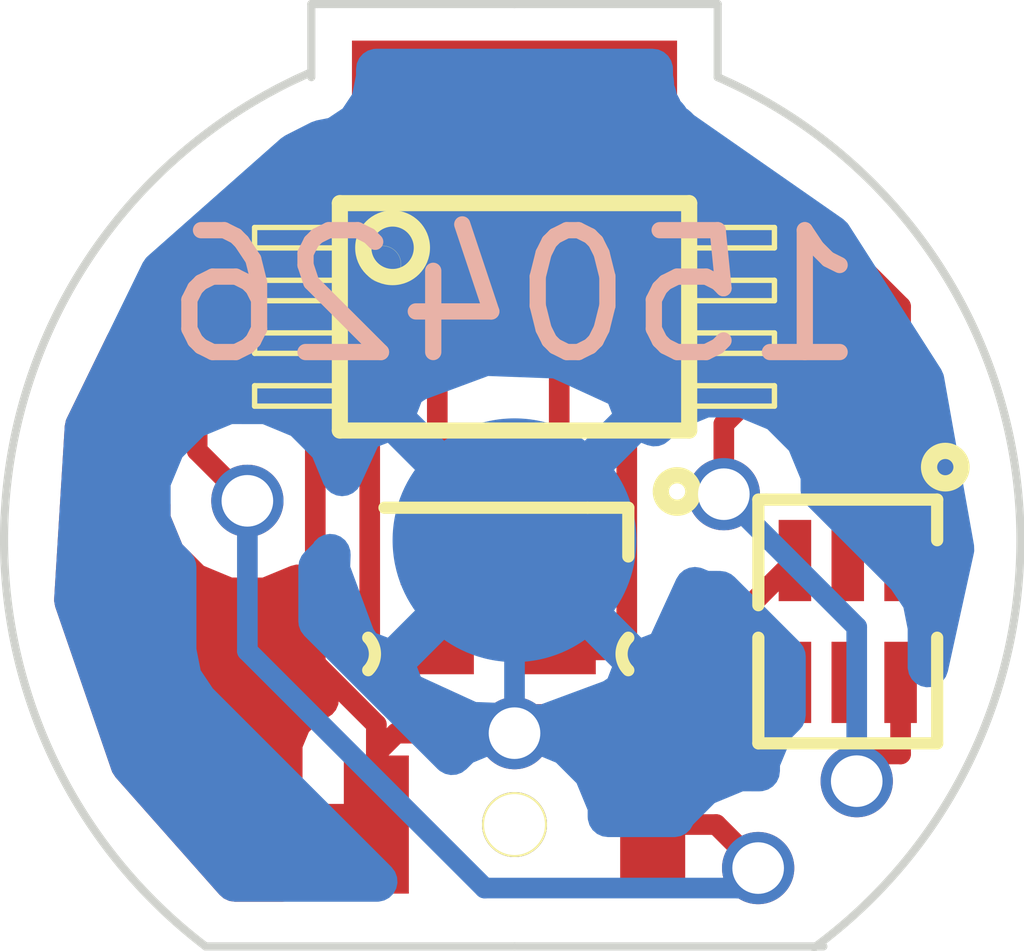
<source format=kicad_pcb>
(kicad_pcb (version 3) (host pcbnew "(2013-jul-07)-stable")

  (general
    (links 12)
    (no_connects 0)
    (area 43.204795 42.099999 72.585715 57.100001)
    (thickness 1.6)
    (drawings 22)
    (tracks 55)
    (zones 0)
    (modules 6)
    (nets 9)
  )

  (page A3)
  (layers
    (15 F.Cu signal)
    (0 B.Cu signal)
    (16 B.Adhes user)
    (17 F.Adhes user)
    (18 B.Paste user)
    (19 F.Paste user)
    (20 B.SilkS user)
    (21 F.SilkS user)
    (22 B.Mask user)
    (23 F.Mask user)
    (24 Dwgs.User user hide)
    (25 Cmts.User user)
    (26 Eco1.User user)
    (27 Eco2.User user)
    (28 Edge.Cuts user)
  )

  (setup
    (last_trace_width 0.254)
    (trace_clearance 0.254)
    (zone_clearance 0.5)
    (zone_45_only no)
    (trace_min 0.254)
    (segment_width 0.2)
    (edge_width 0.1)
    (via_size 0.889)
    (via_drill 0.635)
    (via_min_size 0.889)
    (via_min_drill 0.508)
    (uvia_size 0.508)
    (uvia_drill 0.127)
    (uvias_allowed no)
    (uvia_min_size 0.508)
    (uvia_min_drill 0.127)
    (pcb_text_width 0.3)
    (pcb_text_size 1.5 1.5)
    (mod_edge_width 0.15)
    (mod_text_size 1 1)
    (mod_text_width 0.15)
    (pad_size 4 1.5)
    (pad_drill 0)
    (pad_to_mask_clearance 0)
    (aux_axis_origin 0 0)
    (visible_elements FFFFFFBF)
    (pcbplotparams
      (layerselection 284983297)
      (usegerberextensions true)
      (excludeedgelayer true)
      (linewidth 0.150000)
      (plotframeref false)
      (viasonmask false)
      (mode 1)
      (useauxorigin false)
      (hpglpennumber 1)
      (hpglpenspeed 20)
      (hpglpendiameter 15)
      (hpglpenoverlay 2)
      (psnegative false)
      (psa4output false)
      (plotreference true)
      (plotvalue true)
      (plotothertext true)
      (plotinvisibletext false)
      (padsonsilk false)
      (subtractmaskfromsilk true)
      (outputformat 1)
      (mirror false)
      (drillshape 0)
      (scaleselection 1)
      (outputdirectory gerber/))
  )

  (net 0 "")
  (net 1 N-000001)
  (net 2 N-0000010)
  (net 3 N-000002)
  (net 4 N-000003)
  (net 5 N-000004)
  (net 6 N-000005)
  (net 7 N-000006)
  (net 8 N-000009)

  (net_class Default "This is the default net class."
    (clearance 0.254)
    (trace_width 0.254)
    (via_dia 0.889)
    (via_drill 0.635)
    (uvia_dia 0.508)
    (uvia_drill 0.127)
    (add_net "")
    (add_net N-000001)
    (add_net N-0000010)
    (add_net N-000002)
    (add_net N-000003)
    (add_net N-000004)
    (add_net N-000005)
    (add_net N-000006)
    (add_net N-000009)
  )

  (module 1PIN_SMD (layer F.Cu) (tedit 553BFB58) (tstamp 553954F5)
    (at 50 44.6)
    (descr "module 1 pin (ou trou mecanique de percage)")
    (tags DEV)
    (path /55394D54)
    (fp_text reference PV+1 (at 0 -1.5) (layer F.SilkS) hide
      (effects (font (size 1.016 1.016) (thickness 0.254)))
    )
    (fp_text value CONNECTOR (at 0 1.75) (layer F.SilkS) hide
      (effects (font (size 1.016 1.016) (thickness 0.254)))
    )
    (pad 1 smd rect (at 0 0) (size 4 1.5)
      (layers F.Cu F.Paste F.Mask)
      (net 7 N-000006)
    )
  )

  (module 1PIN_SMD (layer B.Cu) (tedit 55397601) (tstamp 553974A5)
    (at 50 50)
    (descr "module 1 pin (ou trou mecanique de percage)")
    (tags DEV)
    (path /55394D61)
    (fp_text reference PGND1 (at 0 3.50012) (layer B.SilkS) hide
      (effects (font (size 1.016 1.016) (thickness 0.254)) (justify mirror))
    )
    (fp_text value CONNECTOR (at 0.24892 -3.74904) (layer B.SilkS) hide
      (effects (font (size 1.016 1.016) (thickness 0.254)) (justify mirror))
    )
    (pad 1 smd circle (at 0 0) (size 3 3)
      (layers B.Cu B.Paste B.Mask)
      (net 2 N-0000010)
    )
  )

  (module TCS34725 (layer F.Cu) (tedit 550F1FE4) (tstamp 553C2719)
    (at 54.1 51 90)
    (path /55394A42)
    (fp_text reference IC-TCS3472 (at 0 -1.6 90) (layer F.SilkS) hide
      (effects (font (size 1 1) (thickness 0.15)))
    )
    (fp_text value TCS3472 (at 0 1.8 90) (layer F.SilkS) hide
      (effects (font (size 1 1) (thickness 0.15)))
    )
    (fp_line (start -0.2 -1.1) (end -1.5 -1.1) (layer F.SilkS) (width 0.15))
    (fp_line (start -1.5 -1.1) (end -1.5 1.1) (layer F.SilkS) (width 0.15))
    (fp_line (start -1.5 1.1) (end -0.2 1.1) (layer F.SilkS) (width 0.15))
    (fp_line (start 1 1.1) (end 1.5 1.1) (layer F.SilkS) (width 0.15))
    (fp_line (start 1.5 1.1) (end 1.5 -1) (layer F.SilkS) (width 0.15))
    (fp_line (start 1.5 -1) (end 1.5 -1.1) (layer F.SilkS) (width 0.15))
    (fp_line (start 1.5 -1.1) (end 0.2 -1.1) (layer F.SilkS) (width 0.15))
    (pad 1 smd rect (at 0.75 0.65 90) (size 1 0.4)
      (layers F.Cu F.Paste F.Mask)
      (net 7 N-000006)
    )
    (pad 2 smd rect (at 0.75 0 90) (size 1 0.4)
      (layers F.Cu F.Paste F.Mask)
      (net 4 N-000003)
    )
    (pad 3 smd rect (at 0.75 -0.65 90) (size 1 0.4)
      (layers F.Cu F.Paste F.Mask)
      (net 2 N-0000010)
    )
    (pad 4 smd rect (at -0.75 -0.65 90) (size 1 0.4)
      (layers F.Cu F.Paste F.Mask)
    )
    (pad 5 smd rect (at -0.75 0 90) (size 1 0.4)
      (layers F.Cu F.Paste F.Mask)
    )
    (pad 6 smd rect (at -0.75 0.65 90) (size 1 0.4)
      (layers F.Cu F.Paste F.Mask)
      (net 3 N-000002)
    )
  )

  (module SW_en-b3u-3615 (layer F.Cu) (tedit 5538140D) (tstamp 553C04B3)
    (at 50 53.5 180)
    (path /55394B50)
    (fp_text reference SW1 (at 0 1.8 180) (layer F.SilkS) hide
      (effects (font (size 1 1) (thickness 0.15)))
    )
    (fp_text value SW_PUSH (at 0 -1.9 180) (layer F.SilkS) hide
      (effects (font (size 1 1) (thickness 0.15)))
    )
    (fp_line (start -1.5 -1.25) (end 0 -1.25) (layer Dwgs.User) (width 0.15))
    (fp_line (start 0 1.25) (end 1.5 1.25) (layer Dwgs.User) (width 0.15))
    (fp_line (start 1.5 1.25) (end -1.5 1.25) (layer Dwgs.User) (width 0.15))
    (fp_line (start 0 -1.25) (end 0.25 -1.25) (layer Dwgs.User) (width 0.15))
    (fp_line (start 0.25 -1.25) (end 1.5 -1.25) (layer Dwgs.User) (width 0.15))
    (fp_line (start 0 1.25) (end 0.25 1.25) (layer Dwgs.User) (width 0.15))
    (pad 1 smd rect (at -1.7 0 180) (size 0.8 1.7)
      (layers F.Cu F.Paste F.Mask)
      (net 8 N-000009)
    )
    (pad 2 smd rect (at 1.7 0 180) (size 0.8 1.7)
      (layers F.Cu F.Paste F.Mask)
      (net 2 N-0000010)
    )
    (pad "" thru_hole circle (at 0 0 180) (size 0.8 0.8) (drill 0.75)
      (layers *.Cu *.Mask F.SilkS)
    )
  )

  (module HSMF-C114 (layer F.Cu) (tedit 550F0998) (tstamp 553C2769)
    (at 49.8 50.8 180)
    (path /55394A87)
    (fp_text reference LED1 (at 0 -1.7 180) (layer F.SilkS) hide
      (effects (font (size 1 1) (thickness 0.15)))
    )
    (fp_text value LED_ARGB (at 0.5 2.2 180) (layer F.SilkS) hide
      (effects (font (size 1 1) (thickness 0.15)))
    )
    (fp_arc (start 1.8 -0.6) (end 1.6 -0.4) (angle 90) (layer F.SilkS) (width 0.15))
    (fp_arc (start -1.8 -0.6) (end -1.6 -0.8) (angle 90) (layer F.SilkS) (width 0.15))
    (fp_line (start -1.1 1.2) (end 1.4 1.2) (layer F.SilkS) (width 0.15))
    (fp_line (start -1.6 0.6) (end -1.6 1.2) (layer F.SilkS) (width 0.15))
    (fp_line (start -1.6 1.2) (end -1.1 1.2) (layer F.SilkS) (width 0.15))
    (pad 1 smd rect (at -0.75 0.55 180) (size 0.9 0.6)
      (layers F.Cu F.Paste F.Mask)
      (net 7 N-000006)
    )
    (pad 2 smd rect (at -0.75 -0.55 180) (size 0.9 0.6)
      (layers F.Cu F.Paste F.Mask)
      (net 1 N-000001)
    )
    (pad 3 smd rect (at 0.75 -0.55 180) (size 0.9 0.6)
      (layers F.Cu F.Paste F.Mask)
      (net 6 N-000005)
    )
    (pad 4 smd rect (at 0.75 0.55 180) (size 0.9 0.6)
      (layers F.Cu F.Paste F.Mask)
      (net 5 N-000004)
    )
  )

  (module analog-devices-TSSOP8 (layer F.Cu) (tedit 553976DB) (tstamp 55395E0F)
    (at 50 47.25)
    (descr TSSOP)
    (tags TSSOP)
    (path /55394A25)
    (attr smd)
    (fp_text reference IC-ATTINY45 (at 0.24892 0) (layer F.SilkS) hide
      (effects (font (size 0.50038 0.50038) (thickness 0.09906)))
    )
    (fp_text value ATTINY45-S (at 0.5588 2.28854) (layer F.SilkS) hide
      (effects (font (size 1.27 1.27) (thickness 0.0889)))
    )
    (fp_line (start -3.19786 -0.84836) (end -2.19964 -0.84836) (layer F.SilkS) (width 0.06604))
    (fp_line (start -2.19964 -0.84836) (end -2.19964 -1.09982) (layer F.SilkS) (width 0.06604))
    (fp_line (start -3.19786 -1.09982) (end -2.19964 -1.09982) (layer F.SilkS) (width 0.06604))
    (fp_line (start -3.19786 -0.84836) (end -3.19786 -1.09982) (layer F.SilkS) (width 0.06604))
    (fp_line (start -3.19786 -0.19812) (end -2.19964 -0.19812) (layer F.SilkS) (width 0.06604))
    (fp_line (start -2.19964 -0.19812) (end -2.19964 -0.44958) (layer F.SilkS) (width 0.06604))
    (fp_line (start -3.19786 -0.44958) (end -2.19964 -0.44958) (layer F.SilkS) (width 0.06604))
    (fp_line (start -3.19786 -0.19812) (end -3.19786 -0.44958) (layer F.SilkS) (width 0.06604))
    (fp_line (start -3.19786 0.44958) (end -2.19964 0.44958) (layer F.SilkS) (width 0.06604))
    (fp_line (start -2.19964 0.44958) (end -2.19964 0.19812) (layer F.SilkS) (width 0.06604))
    (fp_line (start -3.19786 0.19812) (end -2.19964 0.19812) (layer F.SilkS) (width 0.06604))
    (fp_line (start -3.19786 0.44958) (end -3.19786 0.19812) (layer F.SilkS) (width 0.06604))
    (fp_line (start -3.19786 1.09982) (end -2.19964 1.09982) (layer F.SilkS) (width 0.06604))
    (fp_line (start -2.19964 1.09982) (end -2.19964 0.84836) (layer F.SilkS) (width 0.06604))
    (fp_line (start -3.19786 0.84836) (end -2.19964 0.84836) (layer F.SilkS) (width 0.06604))
    (fp_line (start -3.19786 1.09982) (end -3.19786 0.84836) (layer F.SilkS) (width 0.06604))
    (fp_line (start 2.19964 1.09982) (end 3.19786 1.09982) (layer F.SilkS) (width 0.06604))
    (fp_line (start 3.19786 1.09982) (end 3.19786 0.84836) (layer F.SilkS) (width 0.06604))
    (fp_line (start 2.19964 0.84836) (end 3.19786 0.84836) (layer F.SilkS) (width 0.06604))
    (fp_line (start 2.19964 1.09982) (end 2.19964 0.84836) (layer F.SilkS) (width 0.06604))
    (fp_line (start 2.19964 0.44958) (end 3.19786 0.44958) (layer F.SilkS) (width 0.06604))
    (fp_line (start 3.19786 0.44958) (end 3.19786 0.19812) (layer F.SilkS) (width 0.06604))
    (fp_line (start 2.19964 0.19812) (end 3.19786 0.19812) (layer F.SilkS) (width 0.06604))
    (fp_line (start 2.19964 0.44958) (end 2.19964 0.19812) (layer F.SilkS) (width 0.06604))
    (fp_line (start 2.19964 -0.19812) (end 3.19786 -0.19812) (layer F.SilkS) (width 0.06604))
    (fp_line (start 3.19786 -0.19812) (end 3.19786 -0.44958) (layer F.SilkS) (width 0.06604))
    (fp_line (start 2.19964 -0.44958) (end 3.19786 -0.44958) (layer F.SilkS) (width 0.06604))
    (fp_line (start 2.19964 -0.19812) (end 2.19964 -0.44958) (layer F.SilkS) (width 0.06604))
    (fp_line (start 2.19964 -0.84836) (end 3.19786 -0.84836) (layer F.SilkS) (width 0.06604))
    (fp_line (start 3.19786 -0.84836) (end 3.19786 -1.09982) (layer F.SilkS) (width 0.06604))
    (fp_line (start 2.19964 -1.09982) (end 3.19786 -1.09982) (layer F.SilkS) (width 0.06604))
    (fp_line (start 2.19964 -0.84836) (end 2.19964 -1.09982) (layer F.SilkS) (width 0.06604))
    (fp_line (start -2.14884 1.39954) (end 2.14884 1.39954) (layer F.SilkS) (width 0.19812))
    (fp_line (start 2.14884 1.39954) (end 2.14884 -1.39954) (layer F.SilkS) (width 0.19812))
    (fp_line (start 2.14884 -1.39954) (end -2.14884 -1.39954) (layer F.SilkS) (width 0.19812))
    (fp_line (start -2.14884 -1.39954) (end -2.14884 1.39954) (layer F.SilkS) (width 0.19812))
    (fp_circle (center -1.62306 -0.6477) (end -1.78308 -0.80772) (layer F.SilkS) (width 0.00254))
    (pad 1 smd rect (at -2.92354 -0.97282) (size 1.19888 0.34798)
      (layers F.Cu F.Paste F.Mask)
      (net 8 N-000009)
    )
    (pad 2 smd rect (at -2.92354 -0.32258) (size 1.19888 0.34798)
      (layers F.Cu F.Paste F.Mask)
      (net 5 N-000004)
    )
    (pad 3 smd rect (at -2.92354 0.32258) (size 1.19888 0.34798)
      (layers F.Cu F.Paste F.Mask)
      (net 6 N-000005)
    )
    (pad 4 smd rect (at -2.92354 0.97282) (size 1.19888 0.34798)
      (layers F.Cu F.Paste F.Mask)
      (net 2 N-0000010)
    )
    (pad 5 smd rect (at 2.92354 0.97282) (size 1.19888 0.34798)
      (layers F.Cu F.Paste F.Mask)
      (net 3 N-000002)
    )
    (pad 6 smd rect (at 2.92354 0.32258) (size 1.19888 0.34798)
      (layers F.Cu F.Paste F.Mask)
      (net 1 N-000001)
    )
    (pad 7 smd rect (at 2.92354 -0.32258) (size 1.19888 0.34798)
      (layers F.Cu F.Paste F.Mask)
      (net 4 N-000003)
    )
    (pad 8 smd rect (at 2.92354 -0.97282) (size 1.19888 0.34798)
      (layers F.Cu F.Paste F.Mask)
      (net 7 N-000006)
    )
  )

  (gr_text 150426 (at 50 47) (layer B.SilkS)
    (effects (font (size 1.5 1.5) (thickness 0.2)) (justify mirror))
  )
  (dimension 2.5 (width 0.3) (layer Dwgs.User)
    (gr_text "2.500 mm" (at 66.65 53.55 90) (layer Dwgs.User)
      (effects (font (size 1.5 1.5) (thickness 0.3)))
    )
    (feature1 (pts (xy 51.4 52.3) (xy 68 52.3)))
    (feature2 (pts (xy 51.4 54.8) (xy 68 54.8)))
    (crossbar (pts (xy 65.3 54.8) (xy 65.3 52.3)))
    (arrow1a (pts (xy 65.3 52.3) (xy 65.88642 53.426503)))
    (arrow1b (pts (xy 65.3 52.3) (xy 64.71358 53.426503)))
    (arrow2a (pts (xy 65.3 54.8) (xy 65.88642 53.673497)))
    (arrow2b (pts (xy 65.3 54.8) (xy 64.71358 53.673497)))
  )
  (gr_arc (start 50 50) (end 46.2 55) (angle 119) (layer Edge.Cuts) (width 0.1))
  (gr_arc (start 50 50) (end 52.5 44.3) (angle 120) (layer Edge.Cuts) (width 0.1))
  (gr_line (start 47.5 43.4) (end 47.5 44.3) (angle 90) (layer Edge.Cuts) (width 0.1))
  (gr_line (start 50 43.4) (end 47.5 43.4) (angle 90) (layer Edge.Cuts) (width 0.1))
  (gr_line (start 52.5 43.4) (end 52.5 44.3) (angle 90) (layer Edge.Cuts) (width 0.1))
  (gr_line (start 50 43.4) (end 52.5 43.4) (angle 90) (layer Edge.Cuts) (width 0.1))
  (gr_line (start 50 55) (end 46.2 55) (angle 90) (layer Edge.Cuts) (width 0.1))
  (gr_line (start 50 55) (end 53.8 55) (angle 90) (layer Edge.Cuts) (width 0.1))
  (dimension 0.8 (width 0.3) (layer Dwgs.User)
    (gr_text "0.800 mm" (at 57.749999 55.9 270) (layer Dwgs.User)
      (effects (font (size 1.5 1.5) (thickness 0.3)))
    )
    (feature1 (pts (xy 50.7 56.3) (xy 59.099999 56.3)))
    (feature2 (pts (xy 50.7 55.5) (xy 59.099999 55.5)))
    (crossbar (pts (xy 56.399999 55.5) (xy 56.399999 56.3)))
    (arrow1a (pts (xy 56.399999 56.3) (xy 55.813579 55.173497)))
    (arrow1b (pts (xy 56.399999 56.3) (xy 56.986419 55.173497)))
    (arrow2a (pts (xy 56.399999 55.5) (xy 55.813579 56.626503)))
    (arrow2b (pts (xy 56.399999 55.5) (xy 56.986419 56.626503)))
  )
  (gr_line (start 50 53.5) (end 50 55.5) (angle 90) (layer Dwgs.User) (width 0.2))
  (dimension 12.600397 (width 0.3) (layer Dwgs.User)
    (gr_text "12.600 mm" (at 61.796914 50.094022 89.54528114) (layer Dwgs.User)
      (effects (font (size 1.5 1.5) (thickness 0.3)))
    )
    (feature1 (pts (xy 49.9 56.3) (xy 63.096871 56.404736)))
    (feature2 (pts (xy 50 43.7) (xy 63.196871 43.804736)))
    (crossbar (pts (xy 60.496957 43.783309) (xy 60.396957 56.383309)))
    (arrow1a (pts (xy 60.396957 56.383309) (xy 59.819495 55.252187)))
    (arrow1b (pts (xy 60.396957 56.383309) (xy 60.992299 55.261495)))
    (arrow2a (pts (xy 60.496957 43.783309) (xy 59.901615 44.905123)))
    (arrow2b (pts (xy 60.496957 43.783309) (xy 61.074419 44.914431)))
  )
  (gr_circle (center 52 49.4) (end 52 49.2) (layer F.SilkS) (width 0.2))
  (gr_circle (center 48.5 46.4) (end 48.8 46.6) (layer F.SilkS) (width 0.2))
  (gr_circle (center 55.3 49.1) (end 55.3 48.9) (layer F.SilkS) (width 0.2))
  (gr_line (start 47.5 42.2) (end 47.5 44.2) (angle 90) (layer Dwgs.User) (width 0.2))
  (gr_line (start 50 42.2) (end 47.5 42.2) (angle 90) (layer Dwgs.User) (width 0.2))
  (gr_line (start 52.5 42.2) (end 52.5 44.2) (angle 90) (layer Dwgs.User) (width 0.2))
  (gr_line (start 50 42.2) (end 52.5 42.2) (angle 90) (layer Dwgs.User) (width 0.2))
  (gr_line (start 50 43.7) (end 50 42.2) (angle 90) (layer Dwgs.User) (width 0.2))
  (gr_circle (center 50 50) (end 56.25 50) (layer Dwgs.User) (width 0.2))

  (segment (start 51.3813 48.1341) (end 51.3813 51.35) (width 0.254) (layer F.Cu) (net 1))
  (segment (start 51.9428 47.5726) (end 51.3813 48.1341) (width 0.254) (layer F.Cu) (net 1))
  (segment (start 52.9235 47.5726) (end 51.9428 47.5726) (width 0.254) (layer F.Cu) (net 1))
  (segment (start 50.55 51.35) (end 51.3813 51.35) (width 0.254) (layer F.Cu) (net 1))
  (via (at 50 52.375) (size 0.889) (layers F.Cu B.Cu) (net 2))
  (segment (start 47.5489 51.5176) (end 48.3 52.2687) (width 0.254) (layer F.Cu) (net 2))
  (segment (start 47.5489 48.6952) (end 47.5489 51.5176) (width 0.254) (layer F.Cu) (net 2))
  (segment (start 47.0765 48.2228) (end 47.5489 48.6952) (width 0.254) (layer F.Cu) (net 2))
  (segment (start 48.3 53.5) (end 48.3 52.6208) (width 0.254) (layer F.Cu) (net 2))
  (segment (start 48.3 52.6208) (end 48.3 52.2687) (width 0.254) (layer F.Cu) (net 2))
  (segment (start 50 50) (end 50 52.375) (width 0.254) (layer B.Cu) (net 2))
  (segment (start 50.2308 52.1442) (end 50 52.375) (width 0.254) (layer F.Cu) (net 2))
  (segment (start 51.5558 52.1442) (end 50.2308 52.1442) (width 0.254) (layer F.Cu) (net 2))
  (segment (start 53.45 50.25) (end 51.5558 52.1442) (width 0.254) (layer F.Cu) (net 2))
  (segment (start 48.5458 52.375) (end 48.3 52.6208) (width 0.254) (layer F.Cu) (net 2))
  (segment (start 50 52.375) (end 48.5458 52.375) (width 0.254) (layer F.Cu) (net 2))
  (via (at 52.5753 49.4333) (size 0.889) (layers F.Cu B.Cu) (net 3))
  (via (at 54.2103 52.9657) (size 0.889) (layers F.Cu B.Cu) (net 3))
  (segment (start 52.5753 48.571) (end 52.5753 49.4333) (width 0.254) (layer F.Cu) (net 3))
  (segment (start 52.9235 48.2228) (end 52.5753 48.571) (width 0.254) (layer F.Cu) (net 3))
  (segment (start 54.2103 51.0683) (end 54.2103 52.9657) (width 0.254) (layer B.Cu) (net 3))
  (segment (start 52.5753 49.4333) (end 54.2103 51.0683) (width 0.254) (layer B.Cu) (net 3))
  (segment (start 54.5447 52.6313) (end 54.2103 52.9657) (width 0.254) (layer F.Cu) (net 3))
  (segment (start 54.75 52.6313) (end 54.5447 52.6313) (width 0.254) (layer F.Cu) (net 3))
  (segment (start 54.75 51.75) (end 54.75 52.6313) (width 0.254) (layer F.Cu) (net 3))
  (segment (start 54.1 47.42) (end 54.1 50.25) (width 0.254) (layer F.Cu) (net 4))
  (segment (start 53.6074 46.9274) (end 54.1 47.42) (width 0.254) (layer F.Cu) (net 4))
  (segment (start 52.9235 46.9274) (end 53.6074 46.9274) (width 0.254) (layer F.Cu) (net 4))
  (segment (start 49.05 47.9202) (end 49.05 50.25) (width 0.254) (layer F.Cu) (net 5))
  (segment (start 48.0572 46.9274) (end 49.05 47.9202) (width 0.254) (layer F.Cu) (net 5))
  (segment (start 47.0765 46.9274) (end 48.0572 46.9274) (width 0.254) (layer F.Cu) (net 5))
  (segment (start 48.2187 48.0346) (end 48.2187 51.35) (width 0.254) (layer F.Cu) (net 6))
  (segment (start 47.7567 47.5726) (end 48.2187 48.0346) (width 0.254) (layer F.Cu) (net 6))
  (segment (start 47.0765 47.5726) (end 47.7567 47.5726) (width 0.254) (layer F.Cu) (net 6))
  (segment (start 49.05 51.35) (end 48.2187 51.35) (width 0.254) (layer F.Cu) (net 6))
  (segment (start 50.55 50.25) (end 50.55 46.2772) (width 0.254) (layer F.Cu) (net 7))
  (segment (start 50.0041 45.7313) (end 50 45.7313) (width 0.254) (layer F.Cu) (net 7))
  (segment (start 50.55 46.2772) (end 50.0041 45.7313) (width 0.254) (layer F.Cu) (net 7))
  (segment (start 50 44.6) (end 50 45.7313) (width 0.254) (layer F.Cu) (net 7))
  (segment (start 50.55 46.2772) (end 52.9235 46.2772) (width 0.254) (layer F.Cu) (net 7))
  (segment (start 54.75 47.123) (end 54.75 50.25) (width 0.254) (layer F.Cu) (net 7))
  (segment (start 53.9042 46.2772) (end 54.75 47.123) (width 0.254) (layer F.Cu) (net 7))
  (segment (start 52.9235 46.2772) (end 53.9042 46.2772) (width 0.254) (layer F.Cu) (net 7))
  (via (at 46.7133 49.515) (size 0.889) (layers F.Cu B.Cu) (net 8))
  (via (at 52.9974 54.0356) (size 0.889) (layers F.Cu B.Cu) (net 8))
  (segment (start 46.0958 48.8975) (end 46.7133 49.515) (width 0.254) (layer F.Cu) (net 8))
  (segment (start 46.0958 46.2772) (end 46.0958 48.8975) (width 0.254) (layer F.Cu) (net 8))
  (segment (start 51.7 53.5) (end 52.4813 53.5) (width 0.254) (layer F.Cu) (net 8))
  (segment (start 52.7516 54.2814) (end 52.9974 54.0356) (width 0.254) (layer B.Cu) (net 8))
  (segment (start 49.6322 54.2814) (end 52.7516 54.2814) (width 0.254) (layer B.Cu) (net 8))
  (segment (start 46.7133 51.3625) (end 49.6322 54.2814) (width 0.254) (layer B.Cu) (net 8))
  (segment (start 46.7133 49.515) (end 46.7133 51.3625) (width 0.254) (layer B.Cu) (net 8))
  (segment (start 52.9974 54.0161) (end 52.9974 54.0356) (width 0.254) (layer F.Cu) (net 8))
  (segment (start 52.4813 53.5) (end 52.9974 54.0161) (width 0.254) (layer F.Cu) (net 8))
  (segment (start 47.0765 46.2772) (end 46.0958 46.2772) (width 0.254) (layer F.Cu) (net 8))

  (zone (net 2) (net_name N-0000010) (layer B.Cu) (tstamp 553C2FAA) (hatch edge 0.508)
    (connect_pads (clearance 0.5))
    (min_thickness 0.5)
    (fill (arc_segments 16) (thermal_gap 0.508) (thermal_bridge_width 0.508))
    (polygon
      (pts
        (xy 47.6 43.5) (xy 52.5 43.5) (xy 52.4 44.4) (xy 55.5 47.3) (xy 56.1 49.4)
        (xy 55.9 51.8) (xy 55 53.6) (xy 53.7 55) (xy 46.4 54.9) (xy 44.7 53.3)
        (xy 43.8 50.7) (xy 44 48.4) (xy 44.9 46.5) (xy 46.4 45) (xy 47.6 44.3)
        (xy 47.6 44.1)
      )
    )
    (filled_polygon
      (pts
        (xy 55.407453 50.105061) (xy 55.0873 51.561202) (xy 55.0873 51.0683) (xy 55.020542 50.732687) (xy 55.020542 50.732686)
        (xy 54.830433 50.448167) (xy 53.76984 49.387574) (xy 53.770007 49.196742) (xy 53.588539 48.757554) (xy 53.252814 48.421242)
        (xy 52.813943 48.239007) (xy 52.338742 48.238593) (xy 51.899554 48.420061) (xy 51.723492 48.595814) (xy 51.496756 48.508901)
        (xy 51.491099 48.514558) (xy 51.491099 48.503244) (xy 51.349982 48.135104) (xy 50.533557 47.760445) (xy 49.635902 47.726737)
        (xy 48.793677 48.039114) (xy 48.650018 48.135104) (xy 48.508901 48.503244) (xy 50 49.994343) (xy 51.491099 48.503244)
        (xy 51.491099 48.514558) (xy 50.005657 50) (xy 51.496756 51.491099) (xy 51.864896 51.349982) (xy 52.21885 50.578675)
        (xy 52.336657 50.627593) (xy 52.529495 50.627761) (xy 53.3333 51.431566) (xy 53.3333 52.153363) (xy 53.198242 52.288186)
        (xy 53.016007 52.727057) (xy 53.015907 52.841115) (xy 52.760842 52.840893) (xy 52.321654 53.022361) (xy 51.985342 53.358086)
        (xy 51.96611 53.4044) (xy 51.491099 53.4044) (xy 51.491099 51.496756) (xy 50 50.005657) (xy 48.508901 51.496756)
        (xy 48.650018 51.864896) (xy 49.466443 52.239555) (xy 50.364098 52.273263) (xy 51.206323 51.960886) (xy 51.349982 51.864896)
        (xy 51.491099 51.496756) (xy 51.491099 53.4044) (xy 51.150082 53.4044) (xy 51.150198 53.272255) (xy 50.97549 52.849429)
        (xy 50.652273 52.525647) (xy 50.229753 52.350201) (xy 49.772255 52.349802) (xy 49.349429 52.52451) (xy 49.2324 52.641334)
        (xy 47.5903 50.999234) (xy 47.5903 50.327336) (xy 47.725358 50.192514) (xy 47.733957 50.171803) (xy 47.726737 50.364098)
        (xy 48.039114 51.206323) (xy 48.135104 51.349982) (xy 48.503244 51.491099) (xy 49.994343 50) (xy 48.503244 48.508901)
        (xy 48.135104 48.650018) (xy 47.878969 49.208165) (xy 47.726539 48.839254) (xy 47.390814 48.502942) (xy 46.951943 48.320707)
        (xy 46.476742 48.320293) (xy 46.037554 48.501761) (xy 45.701242 48.837486) (xy 45.519007 49.276357) (xy 45.518593 49.751558)
        (xy 45.700061 50.190746) (xy 45.8363 50.327223) (xy 45.8363 51.3625) (xy 45.903058 51.698113) (xy 46.093167 51.982633)
        (xy 48.310534 54.2) (xy 46.559507 54.2) (xy 45.279324 52.753015) (xy 44.585682 50.738533) (xy 44.715941 48.608823)
        (xy 45.650545 46.6926) (xy 47.29098 45.241265) (xy 47.611922 45.077737) (xy 47.806147 45.039104) (xy 48.065685 44.865685)
        (xy 48.239104 44.606147) (xy 48.3 44.3) (xy 48.3 44.2) (xy 50 44.2) (xy 51.7 44.2)
        (xy 51.7 44.3) (xy 51.713819 44.369475) (xy 51.712398 44.440293) (xy 51.743973 44.521073) (xy 51.760896 44.606147)
        (xy 51.80025 44.665044) (xy 51.826038 44.731017) (xy 51.886128 44.793569) (xy 51.934315 44.865685) (xy 51.993208 44.905036)
        (xy 52.042283 44.956122) (xy 53.90085 46.252675) (xy 55.037956 48.030717) (xy 55.407453 50.105061)
      )
    )
  )
  (zone (net 2) (net_name N-0000010) (layer F.Cu) (tstamp 553C3169) (hatch edge 0.508)
    (connect_pads (clearance 0.5))
    (min_thickness 0.5)
    (fill (arc_segments 16) (thermal_gap 0.508) (thermal_bridge_width 0.508))
    (polygon
      (pts
        (xy 47.6 43.5) (xy 52.5 43.5) (xy 52.5 44.4) (xy 53.7 45.2) (xy 54.9 46.4)
        (xy 55.8 47.9) (xy 56.1 49.2) (xy 56.1 50.1) (xy 56.1 51.1) (xy 55.7 52.4)
        (xy 55 53.5) (xy 53.7 54.9) (xy 46.3 54.9) (xy 45.4 54.2) (xy 44.7 53.1)
        (xy 44.1 51.7) (xy 43.8 50.5) (xy 43.9 49.1) (xy 44.4 47.5) (xy 45.1 46.3)
        (xy 46.1 45.3) (xy 47.4 44.5) (xy 47.6 44.3)
      )
    )
    (filled_polygon
      (pts
        (xy 48.324 53.504) (xy 48.304 53.504) (xy 48.304 53.524) (xy 48.296 53.524) (xy 48.296 53.504)
        (xy 47.3315 53.504) (xy 47.142 53.6935) (xy 47.141869 54.199886) (xy 47.141869 54.2) (xy 46.559507 54.2)
        (xy 45.279324 52.753015) (xy 44.585682 50.738533) (xy 44.715941 48.608823) (xy 45.2188 47.577809) (xy 45.2188 48.8975)
        (xy 45.285558 49.233113) (xy 45.475667 49.517633) (xy 45.518759 49.560725) (xy 45.518593 49.751558) (xy 45.700061 50.190746)
        (xy 46.035786 50.527058) (xy 46.474657 50.709293) (xy 46.949858 50.709707) (xy 47.3417 50.547801) (xy 47.3417 51.35)
        (xy 47.408458 51.685613) (xy 47.590325 51.957798) (xy 47.471189 52.007024) (xy 47.257774 52.220067) (xy 47.142132 52.498563)
        (xy 47.141869 52.800114) (xy 47.142 53.3065) (xy 47.3315 53.496) (xy 48.296 53.496) (xy 48.296 53.476)
        (xy 48.304 53.476) (xy 48.304 53.496) (xy 48.324 53.496) (xy 48.324 53.504)
      )
    )
  )
)

</source>
